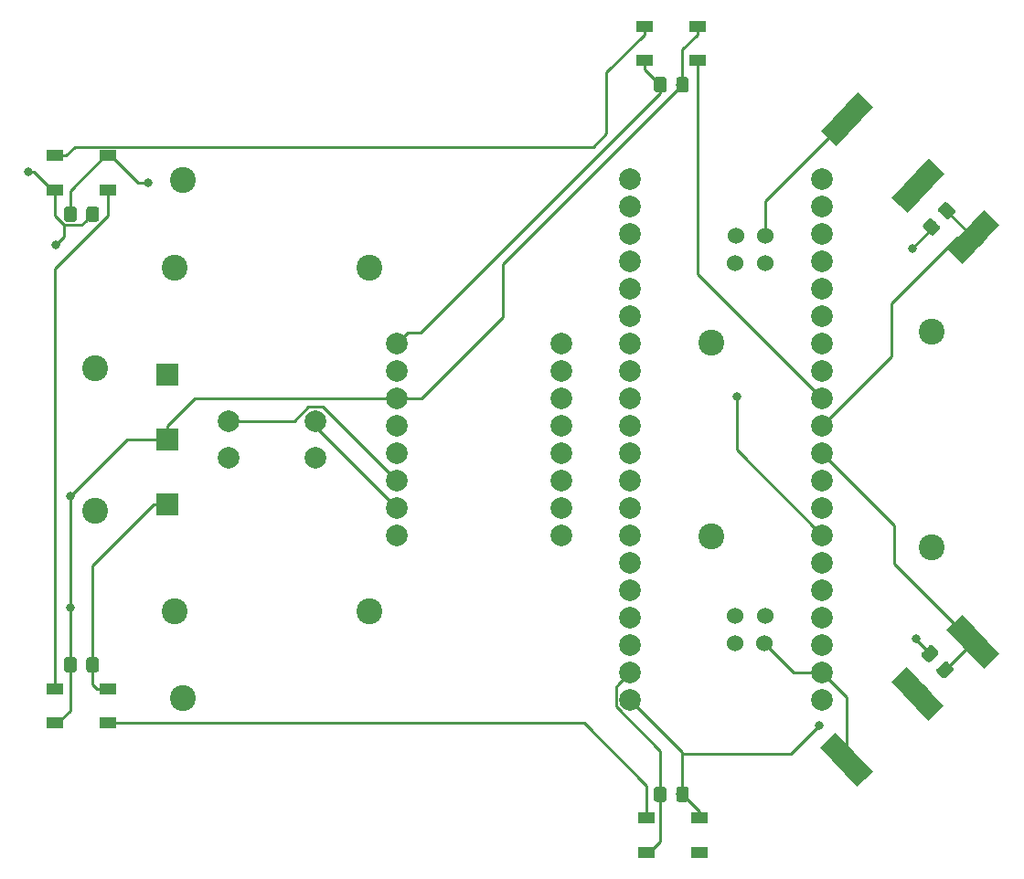
<source format=gbr>
G04 #@! TF.GenerationSoftware,KiCad,Pcbnew,(5.1.2)-2*
G04 #@! TF.CreationDate,2019-10-29T07:50:01+01:00*
G04 #@! TF.ProjectId,Alphabot2.0,416c7068-6162-46f7-9432-2e302e6b6963,1.0*
G04 #@! TF.SameCoordinates,Original*
G04 #@! TF.FileFunction,Copper,L2,Bot*
G04 #@! TF.FilePolarity,Positive*
%FSLAX46Y46*%
G04 Gerber Fmt 4.6, Leading zero omitted, Abs format (unit mm)*
G04 Created by KiCad (PCBNEW (5.1.2)-2) date 2019-10-29 07:50:01*
%MOMM*%
%LPD*%
G04 APERTURE LIST*
%ADD10C,2.400000*%
%ADD11C,2.000000*%
%ADD12C,0.100000*%
%ADD13C,1.150000*%
%ADD14C,1.524000*%
%ADD15R,2.000000X2.000000*%
%ADD16R,1.500000X1.000000*%
%ADD17C,0.800000*%
%ADD18C,0.250000*%
G04 APERTURE END LIST*
D10*
X157405000Y-108620000D03*
X108405000Y-75620000D03*
X157405000Y-90620000D03*
X108405000Y-123620000D03*
D11*
X167650000Y-75490000D03*
X167650000Y-78030000D03*
X167650000Y-80570000D03*
X167650000Y-83110000D03*
X167650000Y-85650000D03*
X167650000Y-88190000D03*
X167650000Y-90730000D03*
X167650000Y-93270000D03*
X167650000Y-95810000D03*
X167650000Y-98350000D03*
X167650000Y-100890000D03*
X167650000Y-103430000D03*
X167650000Y-105970000D03*
X167650000Y-108510000D03*
X167650000Y-111050000D03*
X167650000Y-113590000D03*
X167650000Y-116130000D03*
X167650000Y-118670000D03*
X167650000Y-121210000D03*
X167650000Y-123750000D03*
X149870000Y-123750000D03*
X149870000Y-121210000D03*
X149870000Y-118670000D03*
X149870000Y-116130000D03*
X149870000Y-113590000D03*
X149870000Y-111050000D03*
X149870000Y-108510000D03*
X149870000Y-105970000D03*
X149870000Y-103430000D03*
X149870000Y-100890000D03*
X149870000Y-98350000D03*
X149870000Y-95810000D03*
X149870000Y-93270000D03*
X149870000Y-90730000D03*
X149870000Y-88190000D03*
X149870000Y-85650000D03*
X149870000Y-83110000D03*
X149870000Y-80570000D03*
X149870000Y-78030000D03*
X149870000Y-75490000D03*
X169947817Y-69962815D03*
D12*
G36*
X170921459Y-67452432D02*
G01*
X172384167Y-68816429D01*
X168974175Y-72473198D01*
X167511467Y-71109201D01*
X170921459Y-67452432D01*
X170921459Y-67452432D01*
G37*
D11*
X181649476Y-80874789D03*
D12*
G36*
X182623118Y-78364406D02*
G01*
X184085826Y-79728403D01*
X180675834Y-83385172D01*
X179213126Y-82021175D01*
X182623118Y-78364406D01*
X182623118Y-78364406D01*
G37*
D11*
X176530000Y-76100800D03*
D12*
G36*
X177503642Y-73590417D02*
G01*
X178966350Y-74954414D01*
X175556358Y-78611183D01*
X174093650Y-77247186D01*
X177503642Y-73590417D01*
X177503642Y-73590417D01*
G37*
D11*
X169900600Y-129313800D03*
D12*
G36*
X167464250Y-128167414D02*
G01*
X168926958Y-126803417D01*
X172336950Y-130460186D01*
X170874242Y-131824183D01*
X167464250Y-128167414D01*
X167464250Y-128167414D01*
G37*
D11*
X181602259Y-118401826D03*
D12*
G36*
X179165909Y-117255440D02*
G01*
X180628617Y-115891443D01*
X184038609Y-119548212D01*
X182575901Y-120912209D01*
X179165909Y-117255440D01*
X179165909Y-117255440D01*
G37*
D11*
X176482783Y-123175815D03*
D12*
G36*
X174046433Y-122029429D02*
G01*
X175509141Y-120665432D01*
X178919133Y-124322201D01*
X177456425Y-125686198D01*
X174046433Y-122029429D01*
X174046433Y-122029429D01*
G37*
G36*
X179079946Y-77618110D02*
G01*
X179104325Y-77620861D01*
X179128317Y-77625988D01*
X179151691Y-77633442D01*
X179174222Y-77643151D01*
X179195693Y-77655022D01*
X179215896Y-77668940D01*
X179234639Y-77684771D01*
X179892859Y-78298571D01*
X179909959Y-78316164D01*
X179925253Y-78335347D01*
X179938592Y-78355937D01*
X179949849Y-78377736D01*
X179958916Y-78400533D01*
X179965704Y-78424109D01*
X179970148Y-78448237D01*
X179972207Y-78472684D01*
X179971859Y-78497215D01*
X179969108Y-78521594D01*
X179963981Y-78545587D01*
X179956527Y-78568960D01*
X179946818Y-78591491D01*
X179934947Y-78612962D01*
X179921029Y-78633166D01*
X179905198Y-78651908D01*
X179461898Y-79127290D01*
X179444306Y-79144390D01*
X179425122Y-79159684D01*
X179404532Y-79173023D01*
X179382733Y-79184280D01*
X179359936Y-79193347D01*
X179336360Y-79200135D01*
X179312232Y-79204579D01*
X179287785Y-79206638D01*
X179263254Y-79206290D01*
X179238875Y-79203539D01*
X179214883Y-79198412D01*
X179191509Y-79190958D01*
X179168978Y-79181249D01*
X179147507Y-79169378D01*
X179127304Y-79155460D01*
X179108561Y-79139629D01*
X178450341Y-78525829D01*
X178433241Y-78508236D01*
X178417947Y-78489053D01*
X178404608Y-78468463D01*
X178393351Y-78446664D01*
X178384284Y-78423867D01*
X178377496Y-78400291D01*
X178373052Y-78376163D01*
X178370993Y-78351716D01*
X178371341Y-78327185D01*
X178374092Y-78302806D01*
X178379219Y-78278813D01*
X178386673Y-78255440D01*
X178396382Y-78232909D01*
X178408253Y-78211438D01*
X178422171Y-78191234D01*
X178438002Y-78172492D01*
X178881302Y-77697110D01*
X178898894Y-77680010D01*
X178918078Y-77664716D01*
X178938668Y-77651377D01*
X178960467Y-77640120D01*
X178983264Y-77631053D01*
X179006840Y-77624265D01*
X179030968Y-77619821D01*
X179055415Y-77617762D01*
X179079946Y-77618110D01*
X179079946Y-77618110D01*
G37*
D13*
X179171600Y-78412200D03*
D12*
G36*
X177681850Y-79117386D02*
G01*
X177706229Y-79120137D01*
X177730221Y-79125264D01*
X177753595Y-79132718D01*
X177776126Y-79142427D01*
X177797597Y-79154298D01*
X177817800Y-79168216D01*
X177836543Y-79184047D01*
X178494763Y-79797847D01*
X178511863Y-79815440D01*
X178527157Y-79834623D01*
X178540496Y-79855213D01*
X178551753Y-79877012D01*
X178560820Y-79899809D01*
X178567608Y-79923385D01*
X178572052Y-79947513D01*
X178574111Y-79971960D01*
X178573763Y-79996491D01*
X178571012Y-80020870D01*
X178565885Y-80044863D01*
X178558431Y-80068236D01*
X178548722Y-80090767D01*
X178536851Y-80112238D01*
X178522933Y-80132442D01*
X178507102Y-80151184D01*
X178063802Y-80626566D01*
X178046210Y-80643666D01*
X178027026Y-80658960D01*
X178006436Y-80672299D01*
X177984637Y-80683556D01*
X177961840Y-80692623D01*
X177938264Y-80699411D01*
X177914136Y-80703855D01*
X177889689Y-80705914D01*
X177865158Y-80705566D01*
X177840779Y-80702815D01*
X177816787Y-80697688D01*
X177793413Y-80690234D01*
X177770882Y-80680525D01*
X177749411Y-80668654D01*
X177729208Y-80654736D01*
X177710465Y-80638905D01*
X177052245Y-80025105D01*
X177035145Y-80007512D01*
X177019851Y-79988329D01*
X177006512Y-79967739D01*
X176995255Y-79945940D01*
X176986188Y-79923143D01*
X176979400Y-79899567D01*
X176974956Y-79875439D01*
X176972897Y-79850992D01*
X176973245Y-79826461D01*
X176975996Y-79802082D01*
X176981123Y-79778089D01*
X176988577Y-79754716D01*
X176998286Y-79732185D01*
X177010157Y-79710714D01*
X177024075Y-79690510D01*
X177039906Y-79671768D01*
X177483206Y-79196386D01*
X177500798Y-79179286D01*
X177519982Y-79163992D01*
X177540572Y-79150653D01*
X177562371Y-79139396D01*
X177585168Y-79130329D01*
X177608744Y-79123541D01*
X177632872Y-79119097D01*
X177657319Y-79117038D01*
X177681850Y-79117386D01*
X177681850Y-79117386D01*
G37*
D13*
X177773504Y-79911476D03*
D12*
G36*
X179159832Y-120164821D02*
G01*
X179183960Y-120169265D01*
X179207536Y-120176053D01*
X179230333Y-120185120D01*
X179252132Y-120196377D01*
X179272722Y-120209716D01*
X179291905Y-120225010D01*
X179309498Y-120242110D01*
X179752798Y-120717492D01*
X179768629Y-120736235D01*
X179782547Y-120756438D01*
X179794418Y-120777909D01*
X179804127Y-120800440D01*
X179811581Y-120823814D01*
X179816708Y-120847806D01*
X179819459Y-120872185D01*
X179819807Y-120896716D01*
X179817748Y-120921163D01*
X179813304Y-120945291D01*
X179806516Y-120968867D01*
X179797449Y-120991664D01*
X179786192Y-121013463D01*
X179772853Y-121034053D01*
X179757559Y-121053237D01*
X179740459Y-121070829D01*
X179082239Y-121684629D01*
X179063497Y-121700460D01*
X179043293Y-121714378D01*
X179021822Y-121726249D01*
X178999291Y-121735958D01*
X178975918Y-121743412D01*
X178951925Y-121748539D01*
X178927546Y-121751290D01*
X178903015Y-121751638D01*
X178878568Y-121749579D01*
X178854440Y-121745135D01*
X178830864Y-121738347D01*
X178808067Y-121729280D01*
X178786268Y-121718023D01*
X178765678Y-121704684D01*
X178746495Y-121689390D01*
X178728902Y-121672290D01*
X178285602Y-121196908D01*
X178269771Y-121178165D01*
X178255853Y-121157962D01*
X178243982Y-121136491D01*
X178234273Y-121113960D01*
X178226819Y-121090586D01*
X178221692Y-121066594D01*
X178218941Y-121042215D01*
X178218593Y-121017684D01*
X178220652Y-120993237D01*
X178225096Y-120969109D01*
X178231884Y-120945533D01*
X178240951Y-120922736D01*
X178252208Y-120900937D01*
X178265547Y-120880347D01*
X178280841Y-120861163D01*
X178297941Y-120843571D01*
X178956161Y-120229771D01*
X178974903Y-120213940D01*
X178995107Y-120200022D01*
X179016578Y-120188151D01*
X179039109Y-120178442D01*
X179062482Y-120170988D01*
X179086475Y-120165861D01*
X179110854Y-120163110D01*
X179135385Y-120162762D01*
X179159832Y-120164821D01*
X179159832Y-120164821D01*
G37*
D13*
X179019200Y-120957200D03*
D12*
G36*
X177761736Y-118665545D02*
G01*
X177785864Y-118669989D01*
X177809440Y-118676777D01*
X177832237Y-118685844D01*
X177854036Y-118697101D01*
X177874626Y-118710440D01*
X177893809Y-118725734D01*
X177911402Y-118742834D01*
X178354702Y-119218216D01*
X178370533Y-119236959D01*
X178384451Y-119257162D01*
X178396322Y-119278633D01*
X178406031Y-119301164D01*
X178413485Y-119324538D01*
X178418612Y-119348530D01*
X178421363Y-119372909D01*
X178421711Y-119397440D01*
X178419652Y-119421887D01*
X178415208Y-119446015D01*
X178408420Y-119469591D01*
X178399353Y-119492388D01*
X178388096Y-119514187D01*
X178374757Y-119534777D01*
X178359463Y-119553961D01*
X178342363Y-119571553D01*
X177684143Y-120185353D01*
X177665401Y-120201184D01*
X177645197Y-120215102D01*
X177623726Y-120226973D01*
X177601195Y-120236682D01*
X177577822Y-120244136D01*
X177553829Y-120249263D01*
X177529450Y-120252014D01*
X177504919Y-120252362D01*
X177480472Y-120250303D01*
X177456344Y-120245859D01*
X177432768Y-120239071D01*
X177409971Y-120230004D01*
X177388172Y-120218747D01*
X177367582Y-120205408D01*
X177348399Y-120190114D01*
X177330806Y-120173014D01*
X176887506Y-119697632D01*
X176871675Y-119678889D01*
X176857757Y-119658686D01*
X176845886Y-119637215D01*
X176836177Y-119614684D01*
X176828723Y-119591310D01*
X176823596Y-119567318D01*
X176820845Y-119542939D01*
X176820497Y-119518408D01*
X176822556Y-119493961D01*
X176827000Y-119469833D01*
X176833788Y-119446257D01*
X176842855Y-119423460D01*
X176854112Y-119401661D01*
X176867451Y-119381071D01*
X176882745Y-119361887D01*
X176899845Y-119344295D01*
X177558065Y-118730495D01*
X177576807Y-118714664D01*
X177597011Y-118700746D01*
X177618482Y-118688875D01*
X177641013Y-118679166D01*
X177664386Y-118671712D01*
X177688379Y-118666585D01*
X177712758Y-118663834D01*
X177737289Y-118663486D01*
X177761736Y-118665545D01*
X177761736Y-118665545D01*
G37*
D13*
X177621104Y-119457924D03*
D14*
X159602940Y-115968560D03*
X159602940Y-118508560D03*
X162322940Y-118508560D03*
X162402940Y-115968560D03*
X162400000Y-83270000D03*
X162400000Y-80730000D03*
X159680000Y-80730000D03*
X159600000Y-83270000D03*
D10*
X177810000Y-109620000D03*
X177810000Y-89620000D03*
X100340000Y-106215000D03*
X100340000Y-93025000D03*
D11*
X143510000Y-90730000D03*
X143510000Y-93270000D03*
X143510000Y-95810000D03*
X143510000Y-98350000D03*
X143510000Y-100890000D03*
X143510000Y-103430000D03*
X143510000Y-105970000D03*
X128270000Y-108510000D03*
X128270000Y-105970000D03*
X128270000Y-103430000D03*
X128270000Y-100890000D03*
X128270000Y-98350000D03*
X128270000Y-95810000D03*
X128270000Y-93270000D03*
X143510000Y-108510000D03*
X128270000Y-90730000D03*
D10*
X125710000Y-115550000D03*
X107710000Y-115550000D03*
D11*
X120710000Y-101340000D03*
X112710000Y-101340000D03*
D10*
X107710000Y-83690000D03*
X125710000Y-83690000D03*
D11*
X112710000Y-97900000D03*
X120710000Y-97900000D03*
D15*
X107000000Y-93620000D03*
D16*
X156310000Y-134710000D03*
X156310000Y-137910000D03*
X151410000Y-134710000D03*
X151410000Y-137910000D03*
X101510000Y-122710000D03*
X101510000Y-125910000D03*
X96610000Y-122710000D03*
X96610000Y-125910000D03*
X101510000Y-73330000D03*
X101510000Y-76530000D03*
X96610000Y-73330000D03*
X96610000Y-76530000D03*
X151230000Y-64530000D03*
X151230000Y-61330000D03*
X156130000Y-64530000D03*
X156130000Y-61330000D03*
D12*
G36*
X100434505Y-119801204D02*
G01*
X100458773Y-119804804D01*
X100482572Y-119810765D01*
X100505671Y-119819030D01*
X100527850Y-119829520D01*
X100548893Y-119842132D01*
X100568599Y-119856747D01*
X100586777Y-119873223D01*
X100603253Y-119891401D01*
X100617868Y-119911107D01*
X100630480Y-119932150D01*
X100640970Y-119954329D01*
X100649235Y-119977428D01*
X100655196Y-120001227D01*
X100658796Y-120025495D01*
X100660000Y-120049999D01*
X100660000Y-120950001D01*
X100658796Y-120974505D01*
X100655196Y-120998773D01*
X100649235Y-121022572D01*
X100640970Y-121045671D01*
X100630480Y-121067850D01*
X100617868Y-121088893D01*
X100603253Y-121108599D01*
X100586777Y-121126777D01*
X100568599Y-121143253D01*
X100548893Y-121157868D01*
X100527850Y-121170480D01*
X100505671Y-121180970D01*
X100482572Y-121189235D01*
X100458773Y-121195196D01*
X100434505Y-121198796D01*
X100410001Y-121200000D01*
X99759999Y-121200000D01*
X99735495Y-121198796D01*
X99711227Y-121195196D01*
X99687428Y-121189235D01*
X99664329Y-121180970D01*
X99642150Y-121170480D01*
X99621107Y-121157868D01*
X99601401Y-121143253D01*
X99583223Y-121126777D01*
X99566747Y-121108599D01*
X99552132Y-121088893D01*
X99539520Y-121067850D01*
X99529030Y-121045671D01*
X99520765Y-121022572D01*
X99514804Y-120998773D01*
X99511204Y-120974505D01*
X99510000Y-120950001D01*
X99510000Y-120049999D01*
X99511204Y-120025495D01*
X99514804Y-120001227D01*
X99520765Y-119977428D01*
X99529030Y-119954329D01*
X99539520Y-119932150D01*
X99552132Y-119911107D01*
X99566747Y-119891401D01*
X99583223Y-119873223D01*
X99601401Y-119856747D01*
X99621107Y-119842132D01*
X99642150Y-119829520D01*
X99664329Y-119819030D01*
X99687428Y-119810765D01*
X99711227Y-119804804D01*
X99735495Y-119801204D01*
X99759999Y-119800000D01*
X100410001Y-119800000D01*
X100434505Y-119801204D01*
X100434505Y-119801204D01*
G37*
D13*
X100085000Y-120500000D03*
D12*
G36*
X98384505Y-119801204D02*
G01*
X98408773Y-119804804D01*
X98432572Y-119810765D01*
X98455671Y-119819030D01*
X98477850Y-119829520D01*
X98498893Y-119842132D01*
X98518599Y-119856747D01*
X98536777Y-119873223D01*
X98553253Y-119891401D01*
X98567868Y-119911107D01*
X98580480Y-119932150D01*
X98590970Y-119954329D01*
X98599235Y-119977428D01*
X98605196Y-120001227D01*
X98608796Y-120025495D01*
X98610000Y-120049999D01*
X98610000Y-120950001D01*
X98608796Y-120974505D01*
X98605196Y-120998773D01*
X98599235Y-121022572D01*
X98590970Y-121045671D01*
X98580480Y-121067850D01*
X98567868Y-121088893D01*
X98553253Y-121108599D01*
X98536777Y-121126777D01*
X98518599Y-121143253D01*
X98498893Y-121157868D01*
X98477850Y-121170480D01*
X98455671Y-121180970D01*
X98432572Y-121189235D01*
X98408773Y-121195196D01*
X98384505Y-121198796D01*
X98360001Y-121200000D01*
X97709999Y-121200000D01*
X97685495Y-121198796D01*
X97661227Y-121195196D01*
X97637428Y-121189235D01*
X97614329Y-121180970D01*
X97592150Y-121170480D01*
X97571107Y-121157868D01*
X97551401Y-121143253D01*
X97533223Y-121126777D01*
X97516747Y-121108599D01*
X97502132Y-121088893D01*
X97489520Y-121067850D01*
X97479030Y-121045671D01*
X97470765Y-121022572D01*
X97464804Y-120998773D01*
X97461204Y-120974505D01*
X97460000Y-120950001D01*
X97460000Y-120049999D01*
X97461204Y-120025495D01*
X97464804Y-120001227D01*
X97470765Y-119977428D01*
X97479030Y-119954329D01*
X97489520Y-119932150D01*
X97502132Y-119911107D01*
X97516747Y-119891401D01*
X97533223Y-119873223D01*
X97551401Y-119856747D01*
X97571107Y-119842132D01*
X97592150Y-119829520D01*
X97614329Y-119819030D01*
X97637428Y-119810765D01*
X97661227Y-119804804D01*
X97685495Y-119801204D01*
X97709999Y-119800000D01*
X98360001Y-119800000D01*
X98384505Y-119801204D01*
X98384505Y-119801204D01*
G37*
D13*
X98035000Y-120500000D03*
D12*
G36*
X98384505Y-78041204D02*
G01*
X98408773Y-78044804D01*
X98432572Y-78050765D01*
X98455671Y-78059030D01*
X98477850Y-78069520D01*
X98498893Y-78082132D01*
X98518599Y-78096747D01*
X98536777Y-78113223D01*
X98553253Y-78131401D01*
X98567868Y-78151107D01*
X98580480Y-78172150D01*
X98590970Y-78194329D01*
X98599235Y-78217428D01*
X98605196Y-78241227D01*
X98608796Y-78265495D01*
X98610000Y-78289999D01*
X98610000Y-79190001D01*
X98608796Y-79214505D01*
X98605196Y-79238773D01*
X98599235Y-79262572D01*
X98590970Y-79285671D01*
X98580480Y-79307850D01*
X98567868Y-79328893D01*
X98553253Y-79348599D01*
X98536777Y-79366777D01*
X98518599Y-79383253D01*
X98498893Y-79397868D01*
X98477850Y-79410480D01*
X98455671Y-79420970D01*
X98432572Y-79429235D01*
X98408773Y-79435196D01*
X98384505Y-79438796D01*
X98360001Y-79440000D01*
X97709999Y-79440000D01*
X97685495Y-79438796D01*
X97661227Y-79435196D01*
X97637428Y-79429235D01*
X97614329Y-79420970D01*
X97592150Y-79410480D01*
X97571107Y-79397868D01*
X97551401Y-79383253D01*
X97533223Y-79366777D01*
X97516747Y-79348599D01*
X97502132Y-79328893D01*
X97489520Y-79307850D01*
X97479030Y-79285671D01*
X97470765Y-79262572D01*
X97464804Y-79238773D01*
X97461204Y-79214505D01*
X97460000Y-79190001D01*
X97460000Y-78289999D01*
X97461204Y-78265495D01*
X97464804Y-78241227D01*
X97470765Y-78217428D01*
X97479030Y-78194329D01*
X97489520Y-78172150D01*
X97502132Y-78151107D01*
X97516747Y-78131401D01*
X97533223Y-78113223D01*
X97551401Y-78096747D01*
X97571107Y-78082132D01*
X97592150Y-78069520D01*
X97614329Y-78059030D01*
X97637428Y-78050765D01*
X97661227Y-78044804D01*
X97685495Y-78041204D01*
X97709999Y-78040000D01*
X98360001Y-78040000D01*
X98384505Y-78041204D01*
X98384505Y-78041204D01*
G37*
D13*
X98035000Y-78740000D03*
D12*
G36*
X100434505Y-78041204D02*
G01*
X100458773Y-78044804D01*
X100482572Y-78050765D01*
X100505671Y-78059030D01*
X100527850Y-78069520D01*
X100548893Y-78082132D01*
X100568599Y-78096747D01*
X100586777Y-78113223D01*
X100603253Y-78131401D01*
X100617868Y-78151107D01*
X100630480Y-78172150D01*
X100640970Y-78194329D01*
X100649235Y-78217428D01*
X100655196Y-78241227D01*
X100658796Y-78265495D01*
X100660000Y-78289999D01*
X100660000Y-79190001D01*
X100658796Y-79214505D01*
X100655196Y-79238773D01*
X100649235Y-79262572D01*
X100640970Y-79285671D01*
X100630480Y-79307850D01*
X100617868Y-79328893D01*
X100603253Y-79348599D01*
X100586777Y-79366777D01*
X100568599Y-79383253D01*
X100548893Y-79397868D01*
X100527850Y-79410480D01*
X100505671Y-79420970D01*
X100482572Y-79429235D01*
X100458773Y-79435196D01*
X100434505Y-79438796D01*
X100410001Y-79440000D01*
X99759999Y-79440000D01*
X99735495Y-79438796D01*
X99711227Y-79435196D01*
X99687428Y-79429235D01*
X99664329Y-79420970D01*
X99642150Y-79410480D01*
X99621107Y-79397868D01*
X99601401Y-79383253D01*
X99583223Y-79366777D01*
X99566747Y-79348599D01*
X99552132Y-79328893D01*
X99539520Y-79307850D01*
X99529030Y-79285671D01*
X99520765Y-79262572D01*
X99514804Y-79238773D01*
X99511204Y-79214505D01*
X99510000Y-79190001D01*
X99510000Y-78289999D01*
X99511204Y-78265495D01*
X99514804Y-78241227D01*
X99520765Y-78217428D01*
X99529030Y-78194329D01*
X99539520Y-78172150D01*
X99552132Y-78151107D01*
X99566747Y-78131401D01*
X99583223Y-78113223D01*
X99601401Y-78096747D01*
X99621107Y-78082132D01*
X99642150Y-78069520D01*
X99664329Y-78059030D01*
X99687428Y-78050765D01*
X99711227Y-78044804D01*
X99735495Y-78041204D01*
X99759999Y-78040000D01*
X100410001Y-78040000D01*
X100434505Y-78041204D01*
X100434505Y-78041204D01*
G37*
D13*
X100085000Y-78740000D03*
D12*
G36*
X155054505Y-131801204D02*
G01*
X155078773Y-131804804D01*
X155102572Y-131810765D01*
X155125671Y-131819030D01*
X155147850Y-131829520D01*
X155168893Y-131842132D01*
X155188599Y-131856747D01*
X155206777Y-131873223D01*
X155223253Y-131891401D01*
X155237868Y-131911107D01*
X155250480Y-131932150D01*
X155260970Y-131954329D01*
X155269235Y-131977428D01*
X155275196Y-132001227D01*
X155278796Y-132025495D01*
X155280000Y-132049999D01*
X155280000Y-132950001D01*
X155278796Y-132974505D01*
X155275196Y-132998773D01*
X155269235Y-133022572D01*
X155260970Y-133045671D01*
X155250480Y-133067850D01*
X155237868Y-133088893D01*
X155223253Y-133108599D01*
X155206777Y-133126777D01*
X155188599Y-133143253D01*
X155168893Y-133157868D01*
X155147850Y-133170480D01*
X155125671Y-133180970D01*
X155102572Y-133189235D01*
X155078773Y-133195196D01*
X155054505Y-133198796D01*
X155030001Y-133200000D01*
X154379999Y-133200000D01*
X154355495Y-133198796D01*
X154331227Y-133195196D01*
X154307428Y-133189235D01*
X154284329Y-133180970D01*
X154262150Y-133170480D01*
X154241107Y-133157868D01*
X154221401Y-133143253D01*
X154203223Y-133126777D01*
X154186747Y-133108599D01*
X154172132Y-133088893D01*
X154159520Y-133067850D01*
X154149030Y-133045671D01*
X154140765Y-133022572D01*
X154134804Y-132998773D01*
X154131204Y-132974505D01*
X154130000Y-132950001D01*
X154130000Y-132049999D01*
X154131204Y-132025495D01*
X154134804Y-132001227D01*
X154140765Y-131977428D01*
X154149030Y-131954329D01*
X154159520Y-131932150D01*
X154172132Y-131911107D01*
X154186747Y-131891401D01*
X154203223Y-131873223D01*
X154221401Y-131856747D01*
X154241107Y-131842132D01*
X154262150Y-131829520D01*
X154284329Y-131819030D01*
X154307428Y-131810765D01*
X154331227Y-131804804D01*
X154355495Y-131801204D01*
X154379999Y-131800000D01*
X155030001Y-131800000D01*
X155054505Y-131801204D01*
X155054505Y-131801204D01*
G37*
D13*
X154705000Y-132500000D03*
D12*
G36*
X153004505Y-131801204D02*
G01*
X153028773Y-131804804D01*
X153052572Y-131810765D01*
X153075671Y-131819030D01*
X153097850Y-131829520D01*
X153118893Y-131842132D01*
X153138599Y-131856747D01*
X153156777Y-131873223D01*
X153173253Y-131891401D01*
X153187868Y-131911107D01*
X153200480Y-131932150D01*
X153210970Y-131954329D01*
X153219235Y-131977428D01*
X153225196Y-132001227D01*
X153228796Y-132025495D01*
X153230000Y-132049999D01*
X153230000Y-132950001D01*
X153228796Y-132974505D01*
X153225196Y-132998773D01*
X153219235Y-133022572D01*
X153210970Y-133045671D01*
X153200480Y-133067850D01*
X153187868Y-133088893D01*
X153173253Y-133108599D01*
X153156777Y-133126777D01*
X153138599Y-133143253D01*
X153118893Y-133157868D01*
X153097850Y-133170480D01*
X153075671Y-133180970D01*
X153052572Y-133189235D01*
X153028773Y-133195196D01*
X153004505Y-133198796D01*
X152980001Y-133200000D01*
X152329999Y-133200000D01*
X152305495Y-133198796D01*
X152281227Y-133195196D01*
X152257428Y-133189235D01*
X152234329Y-133180970D01*
X152212150Y-133170480D01*
X152191107Y-133157868D01*
X152171401Y-133143253D01*
X152153223Y-133126777D01*
X152136747Y-133108599D01*
X152122132Y-133088893D01*
X152109520Y-133067850D01*
X152099030Y-133045671D01*
X152090765Y-133022572D01*
X152084804Y-132998773D01*
X152081204Y-132974505D01*
X152080000Y-132950001D01*
X152080000Y-132049999D01*
X152081204Y-132025495D01*
X152084804Y-132001227D01*
X152090765Y-131977428D01*
X152099030Y-131954329D01*
X152109520Y-131932150D01*
X152122132Y-131911107D01*
X152136747Y-131891401D01*
X152153223Y-131873223D01*
X152171401Y-131856747D01*
X152191107Y-131842132D01*
X152212150Y-131829520D01*
X152234329Y-131819030D01*
X152257428Y-131810765D01*
X152281227Y-131804804D01*
X152305495Y-131801204D01*
X152329999Y-131800000D01*
X152980001Y-131800000D01*
X153004505Y-131801204D01*
X153004505Y-131801204D01*
G37*
D13*
X152655000Y-132500000D03*
D12*
G36*
X153004505Y-66041204D02*
G01*
X153028773Y-66044804D01*
X153052572Y-66050765D01*
X153075671Y-66059030D01*
X153097850Y-66069520D01*
X153118893Y-66082132D01*
X153138599Y-66096747D01*
X153156777Y-66113223D01*
X153173253Y-66131401D01*
X153187868Y-66151107D01*
X153200480Y-66172150D01*
X153210970Y-66194329D01*
X153219235Y-66217428D01*
X153225196Y-66241227D01*
X153228796Y-66265495D01*
X153230000Y-66289999D01*
X153230000Y-67190001D01*
X153228796Y-67214505D01*
X153225196Y-67238773D01*
X153219235Y-67262572D01*
X153210970Y-67285671D01*
X153200480Y-67307850D01*
X153187868Y-67328893D01*
X153173253Y-67348599D01*
X153156777Y-67366777D01*
X153138599Y-67383253D01*
X153118893Y-67397868D01*
X153097850Y-67410480D01*
X153075671Y-67420970D01*
X153052572Y-67429235D01*
X153028773Y-67435196D01*
X153004505Y-67438796D01*
X152980001Y-67440000D01*
X152329999Y-67440000D01*
X152305495Y-67438796D01*
X152281227Y-67435196D01*
X152257428Y-67429235D01*
X152234329Y-67420970D01*
X152212150Y-67410480D01*
X152191107Y-67397868D01*
X152171401Y-67383253D01*
X152153223Y-67366777D01*
X152136747Y-67348599D01*
X152122132Y-67328893D01*
X152109520Y-67307850D01*
X152099030Y-67285671D01*
X152090765Y-67262572D01*
X152084804Y-67238773D01*
X152081204Y-67214505D01*
X152080000Y-67190001D01*
X152080000Y-66289999D01*
X152081204Y-66265495D01*
X152084804Y-66241227D01*
X152090765Y-66217428D01*
X152099030Y-66194329D01*
X152109520Y-66172150D01*
X152122132Y-66151107D01*
X152136747Y-66131401D01*
X152153223Y-66113223D01*
X152171401Y-66096747D01*
X152191107Y-66082132D01*
X152212150Y-66069520D01*
X152234329Y-66059030D01*
X152257428Y-66050765D01*
X152281227Y-66044804D01*
X152305495Y-66041204D01*
X152329999Y-66040000D01*
X152980001Y-66040000D01*
X153004505Y-66041204D01*
X153004505Y-66041204D01*
G37*
D13*
X152655000Y-66740000D03*
D12*
G36*
X155054505Y-66041204D02*
G01*
X155078773Y-66044804D01*
X155102572Y-66050765D01*
X155125671Y-66059030D01*
X155147850Y-66069520D01*
X155168893Y-66082132D01*
X155188599Y-66096747D01*
X155206777Y-66113223D01*
X155223253Y-66131401D01*
X155237868Y-66151107D01*
X155250480Y-66172150D01*
X155260970Y-66194329D01*
X155269235Y-66217428D01*
X155275196Y-66241227D01*
X155278796Y-66265495D01*
X155280000Y-66289999D01*
X155280000Y-67190001D01*
X155278796Y-67214505D01*
X155275196Y-67238773D01*
X155269235Y-67262572D01*
X155260970Y-67285671D01*
X155250480Y-67307850D01*
X155237868Y-67328893D01*
X155223253Y-67348599D01*
X155206777Y-67366777D01*
X155188599Y-67383253D01*
X155168893Y-67397868D01*
X155147850Y-67410480D01*
X155125671Y-67420970D01*
X155102572Y-67429235D01*
X155078773Y-67435196D01*
X155054505Y-67438796D01*
X155030001Y-67440000D01*
X154379999Y-67440000D01*
X154355495Y-67438796D01*
X154331227Y-67435196D01*
X154307428Y-67429235D01*
X154284329Y-67420970D01*
X154262150Y-67410480D01*
X154241107Y-67397868D01*
X154221401Y-67383253D01*
X154203223Y-67366777D01*
X154186747Y-67348599D01*
X154172132Y-67328893D01*
X154159520Y-67307850D01*
X154149030Y-67285671D01*
X154140765Y-67262572D01*
X154134804Y-67238773D01*
X154131204Y-67214505D01*
X154130000Y-67190001D01*
X154130000Y-66289999D01*
X154131204Y-66265495D01*
X154134804Y-66241227D01*
X154140765Y-66217428D01*
X154149030Y-66194329D01*
X154159520Y-66172150D01*
X154172132Y-66151107D01*
X154186747Y-66131401D01*
X154203223Y-66113223D01*
X154221401Y-66096747D01*
X154241107Y-66082132D01*
X154262150Y-66069520D01*
X154284329Y-66059030D01*
X154307428Y-66050765D01*
X154331227Y-66044804D01*
X154355495Y-66041204D01*
X154379999Y-66040000D01*
X155030001Y-66040000D01*
X155054505Y-66041204D01*
X155054505Y-66041204D01*
G37*
D13*
X154705000Y-66740000D03*
D15*
X107000000Y-105620000D03*
X107000000Y-99620000D03*
D17*
X94173000Y-74855000D03*
X96713000Y-81586000D03*
X98035000Y-104884400D03*
X98035000Y-115175000D03*
X105242200Y-75858600D03*
X176326800Y-118061600D03*
X175971200Y-81892000D03*
X167350000Y-126130000D03*
X159730000Y-95650000D03*
D18*
X154705000Y-65940000D02*
X154705000Y-66740000D01*
X154705000Y-63505000D02*
X154705000Y-65940000D01*
X156130000Y-62080000D02*
X154705000Y-63505000D01*
X156130000Y-61330000D02*
X156130000Y-62080000D01*
X96860000Y-125910000D02*
X96610000Y-125910000D01*
X98035000Y-124735000D02*
X96860000Y-125910000D01*
X98035000Y-120500000D02*
X98035000Y-124735000D01*
X99461628Y-79363372D02*
X100085000Y-78740000D01*
X99059990Y-79765010D02*
X99461628Y-79363372D01*
X97471820Y-79765010D02*
X99059990Y-79765010D01*
X96610000Y-78903190D02*
X97471820Y-79765010D01*
X96610000Y-76530000D02*
X96610000Y-78903190D01*
X151660000Y-137910000D02*
X151410000Y-137910000D01*
X152655000Y-136915000D02*
X151660000Y-137910000D01*
X152655000Y-132500000D02*
X152655000Y-136915000D01*
X148870001Y-122209999D02*
X149870000Y-121210000D01*
X148544999Y-122535001D02*
X148870001Y-122209999D01*
X148544999Y-124386001D02*
X148544999Y-122535001D01*
X152655000Y-128496002D02*
X148544999Y-124386001D01*
X152655000Y-132500000D02*
X152655000Y-128496002D01*
X106987600Y-99607600D02*
X107000000Y-99620000D01*
X103311800Y-99607600D02*
X106987600Y-99607600D01*
X98035000Y-104884400D02*
X103311800Y-99607600D01*
X126855787Y-95810000D02*
X128270000Y-95810000D01*
X109560000Y-95810000D02*
X126855787Y-95810000D01*
X107000000Y-98370000D02*
X109560000Y-95810000D01*
X107000000Y-99620000D02*
X107000000Y-98370000D01*
X154081628Y-67363372D02*
X154705000Y-66740000D01*
X138115000Y-83330000D02*
X154081628Y-67363372D01*
X138115000Y-88253500D02*
X138115000Y-83330000D01*
X130558500Y-95810000D02*
X138115000Y-88253500D01*
X128270000Y-95810000D02*
X130558500Y-95810000D01*
X94685000Y-74855000D02*
X94173000Y-74855000D01*
X96610000Y-76530000D02*
X96360000Y-76530000D01*
X96360000Y-76530000D02*
X94685000Y-74855000D01*
X97471820Y-79765010D02*
X97471820Y-80827180D01*
X97471820Y-80827180D02*
X96713000Y-81586000D01*
X98035000Y-110730000D02*
X98035000Y-104884400D01*
X98035000Y-120500000D02*
X98035000Y-115175000D01*
X98035000Y-115175000D02*
X98035000Y-110730000D01*
X169900600Y-123460600D02*
X167650000Y-121210000D01*
X169900600Y-129313800D02*
X169900600Y-123460600D01*
X165024380Y-121210000D02*
X162322940Y-118508560D01*
X167650000Y-121210000D02*
X165024380Y-121210000D01*
X162400000Y-77510632D02*
X162400000Y-80730000D01*
X169947817Y-69962815D02*
X162400000Y-77510632D01*
X151230000Y-65315000D02*
X152655000Y-66740000D01*
X151230000Y-64530000D02*
X151230000Y-65315000D01*
X98035000Y-77940000D02*
X98035000Y-78740000D01*
X98035000Y-76555000D02*
X98035000Y-77940000D01*
X101260000Y-73330000D02*
X98035000Y-76555000D01*
X101510000Y-73330000D02*
X101260000Y-73330000D01*
X100085000Y-121300000D02*
X100085000Y-120500000D01*
X100085000Y-122285000D02*
X100085000Y-121300000D01*
X100510000Y-122710000D02*
X100085000Y-122285000D01*
X101510000Y-122710000D02*
X100510000Y-122710000D01*
X156310000Y-134105000D02*
X156310000Y-134710000D01*
X154705000Y-132500000D02*
X156310000Y-134105000D01*
X154705000Y-128585000D02*
X149870000Y-123750000D01*
X104288600Y-75858600D02*
X105242200Y-75858600D01*
X101510000Y-73330000D02*
X101760000Y-73330000D01*
X101760000Y-73330000D02*
X104288600Y-75858600D01*
X105750000Y-105620000D02*
X107000000Y-105620000D01*
X100085000Y-111285000D02*
X105750000Y-105620000D01*
X100085000Y-120500000D02*
X100085000Y-111285000D01*
X152655000Y-67540000D02*
X152655000Y-66740000D01*
X130464999Y-89730001D02*
X152655000Y-67540000D01*
X129269999Y-89730001D02*
X130464999Y-89730001D01*
X128270000Y-90730000D02*
X129269999Y-89730001D01*
X176326800Y-118163620D02*
X177621104Y-119457924D01*
X176326800Y-118061600D02*
X176326800Y-118163620D01*
X177773504Y-80089696D02*
X177773504Y-79911476D01*
X175971200Y-81892000D02*
X177773504Y-80089696D01*
X164755000Y-128725000D02*
X167350000Y-126130000D01*
X154705000Y-128725000D02*
X164755000Y-128725000D01*
X154705000Y-128725000D02*
X154705000Y-128585000D01*
X154705000Y-132500000D02*
X154705000Y-128725000D01*
X156130000Y-84290000D02*
X156130000Y-64530000D01*
X167650000Y-95810000D02*
X156130000Y-84290000D01*
X98435001Y-72504999D02*
X97610000Y-73330000D01*
X97610000Y-73330000D02*
X96610000Y-73330000D01*
X146439989Y-72504999D02*
X98435001Y-72504999D01*
X147680010Y-65629990D02*
X147680010Y-71264978D01*
X147680010Y-71264978D02*
X146439989Y-72504999D01*
X151230000Y-62080000D02*
X147680010Y-65629990D01*
X151230000Y-61330000D02*
X151230000Y-62080000D01*
X101510000Y-77280000D02*
X101510000Y-76530000D01*
X101510000Y-78903190D02*
X101510000Y-77280000D01*
X96610000Y-83803190D02*
X101510000Y-78903190D01*
X96610000Y-122710000D02*
X96610000Y-83803190D01*
X151410000Y-133960000D02*
X151410000Y-134710000D01*
X151410000Y-131705012D02*
X151410000Y-133960000D01*
X145614988Y-125910000D02*
X151410000Y-131705012D01*
X101510000Y-125910000D02*
X145614988Y-125910000D01*
X120710000Y-98410000D02*
X120710000Y-97900000D01*
X128270000Y-105970000D02*
X120710000Y-98410000D01*
X127270001Y-102430001D02*
X128270000Y-103430000D01*
X121414999Y-96574999D02*
X127270001Y-102430001D01*
X120073999Y-96574999D02*
X121414999Y-96574999D01*
X118748998Y-97900000D02*
X120073999Y-96574999D01*
X112710000Y-97900000D02*
X118748998Y-97900000D01*
X159730000Y-100590000D02*
X167650000Y-108510000D01*
X159730000Y-95650000D02*
X159730000Y-100590000D01*
X181574574Y-118401826D02*
X181602259Y-118401826D01*
X179019200Y-120957200D02*
X181574574Y-118401826D01*
X181602259Y-118401826D02*
X174345600Y-111145167D01*
X174345600Y-107585600D02*
X167650000Y-100890000D01*
X174345600Y-111145167D02*
X174345600Y-107585600D01*
X181634189Y-80874789D02*
X181649476Y-80874789D01*
X179171600Y-78412200D02*
X181634189Y-80874789D01*
X180182149Y-80874789D02*
X174040800Y-87016138D01*
X181649476Y-80874789D02*
X180182149Y-80874789D01*
X174040800Y-91959200D02*
X167650000Y-98350000D01*
X174040800Y-87016138D02*
X174040800Y-91959200D01*
M02*

</source>
